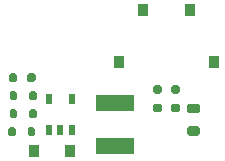
<source format=gbr>
%TF.GenerationSoftware,KiCad,Pcbnew,(5.1.10)-1*%
%TF.CreationDate,2021-10-05T14:24:33+02:00*%
%TF.ProjectId,Masterproef ultrasonic transducer,4d617374-6572-4707-926f-656620756c74,rev?*%
%TF.SameCoordinates,Original*%
%TF.FileFunction,Paste,Bot*%
%TF.FilePolarity,Positive*%
%FSLAX46Y46*%
G04 Gerber Fmt 4.6, Leading zero omitted, Abs format (unit mm)*
G04 Created by KiCad (PCBNEW (5.1.10)-1) date 2021-10-05 14:24:33*
%MOMM*%
%LPD*%
G01*
G04 APERTURE LIST*
%ADD10R,0.896000X0.976000*%
%ADD11R,0.960000X1.120000*%
%ADD12R,3.280000X1.480000*%
%ADD13R,0.480000X0.840000*%
G04 APERTURE END LIST*
D10*
%TO.C,D1*%
X111506000Y-95123000D03*
X108406000Y-95123000D03*
%TD*%
D11*
%TO.C,S1*%
X123642000Y-87544000D03*
X115642000Y-87544000D03*
X121642000Y-83144000D03*
X117642000Y-83144000D03*
%TD*%
D12*
%TO.C,L1*%
X115290600Y-94691200D03*
X115290600Y-91041200D03*
%TD*%
D13*
%TO.C,IC1*%
X111607600Y-90678000D03*
X109707600Y-90678000D03*
X109707600Y-93278000D03*
X110657600Y-93278000D03*
X111607600Y-93278000D03*
%TD*%
%TO.C,R3*%
G36*
G01*
X107000000Y-90204000D02*
X107000000Y-90644000D01*
G75*
G02*
X106840000Y-90804000I-160000J0D01*
G01*
X106520000Y-90804000D01*
G75*
G02*
X106360000Y-90644000I0J160000D01*
G01*
X106360000Y-90204000D01*
G75*
G02*
X106520000Y-90044000I160000J0D01*
G01*
X106840000Y-90044000D01*
G75*
G02*
X107000000Y-90204000I0J-160000D01*
G01*
G37*
G36*
G01*
X108650000Y-90204000D02*
X108650000Y-90644000D01*
G75*
G02*
X108490000Y-90804000I-160000J0D01*
G01*
X108170000Y-90804000D01*
G75*
G02*
X108010000Y-90644000I0J160000D01*
G01*
X108010000Y-90204000D01*
G75*
G02*
X108170000Y-90044000I160000J0D01*
G01*
X108490000Y-90044000D01*
G75*
G02*
X108650000Y-90204000I0J-160000D01*
G01*
G37*
%TD*%
%TO.C,C2*%
G36*
G01*
X107844000Y-89100000D02*
X107844000Y-88700000D01*
G75*
G02*
X108024000Y-88520000I180000J0D01*
G01*
X108384000Y-88520000D01*
G75*
G02*
X108564000Y-88700000I0J-180000D01*
G01*
X108564000Y-89100000D01*
G75*
G02*
X108384000Y-89280000I-180000J0D01*
G01*
X108024000Y-89280000D01*
G75*
G02*
X107844000Y-89100000I0J180000D01*
G01*
G37*
G36*
G01*
X106294000Y-89100000D02*
X106294000Y-88700000D01*
G75*
G02*
X106474000Y-88520000I180000J0D01*
G01*
X106834000Y-88520000D01*
G75*
G02*
X107014000Y-88700000I0J-180000D01*
G01*
X107014000Y-89100000D01*
G75*
G02*
X106834000Y-89280000I-180000J0D01*
G01*
X106474000Y-89280000D01*
G75*
G02*
X106294000Y-89100000I0J180000D01*
G01*
G37*
%TD*%
%TO.C,R2*%
G36*
G01*
X108010000Y-92168000D02*
X108010000Y-91728000D01*
G75*
G02*
X108170000Y-91568000I160000J0D01*
G01*
X108490000Y-91568000D01*
G75*
G02*
X108650000Y-91728000I0J-160000D01*
G01*
X108650000Y-92168000D01*
G75*
G02*
X108490000Y-92328000I-160000J0D01*
G01*
X108170000Y-92328000D01*
G75*
G02*
X108010000Y-92168000I0J160000D01*
G01*
G37*
G36*
G01*
X106360000Y-92168000D02*
X106360000Y-91728000D01*
G75*
G02*
X106520000Y-91568000I160000J0D01*
G01*
X106840000Y-91568000D01*
G75*
G02*
X107000000Y-91728000I0J-160000D01*
G01*
X107000000Y-92168000D01*
G75*
G02*
X106840000Y-92328000I-160000J0D01*
G01*
X106520000Y-92328000D01*
G75*
G02*
X106360000Y-92168000I0J160000D01*
G01*
G37*
%TD*%
%TO.C,R1*%
G36*
G01*
X107884000Y-93692000D02*
X107884000Y-93252000D01*
G75*
G02*
X108044000Y-93092000I160000J0D01*
G01*
X108364000Y-93092000D01*
G75*
G02*
X108524000Y-93252000I0J-160000D01*
G01*
X108524000Y-93692000D01*
G75*
G02*
X108364000Y-93852000I-160000J0D01*
G01*
X108044000Y-93852000D01*
G75*
G02*
X107884000Y-93692000I0J160000D01*
G01*
G37*
G36*
G01*
X106234000Y-93692000D02*
X106234000Y-93252000D01*
G75*
G02*
X106394000Y-93092000I160000J0D01*
G01*
X106714000Y-93092000D01*
G75*
G02*
X106874000Y-93252000I0J-160000D01*
G01*
X106874000Y-93692000D01*
G75*
G02*
X106714000Y-93852000I-160000J0D01*
G01*
X106394000Y-93852000D01*
G75*
G02*
X106234000Y-93692000I0J160000D01*
G01*
G37*
%TD*%
%TO.C,C4*%
G36*
G01*
X120596000Y-90263000D02*
X120196000Y-90263000D01*
G75*
G02*
X120016000Y-90083000I0J180000D01*
G01*
X120016000Y-89723000D01*
G75*
G02*
X120196000Y-89543000I180000J0D01*
G01*
X120596000Y-89543000D01*
G75*
G02*
X120776000Y-89723000I0J-180000D01*
G01*
X120776000Y-90083000D01*
G75*
G02*
X120596000Y-90263000I-180000J0D01*
G01*
G37*
G36*
G01*
X120596000Y-91813000D02*
X120196000Y-91813000D01*
G75*
G02*
X120016000Y-91633000I0J180000D01*
G01*
X120016000Y-91273000D01*
G75*
G02*
X120196000Y-91093000I180000J0D01*
G01*
X120596000Y-91093000D01*
G75*
G02*
X120776000Y-91273000I0J-180000D01*
G01*
X120776000Y-91633000D01*
G75*
G02*
X120596000Y-91813000I-180000J0D01*
G01*
G37*
%TD*%
%TO.C,C3*%
G36*
G01*
X121540000Y-93006000D02*
X122300000Y-93006000D01*
G75*
G02*
X122500000Y-93206000I0J-200000D01*
G01*
X122500000Y-93606000D01*
G75*
G02*
X122300000Y-93806000I-200000J0D01*
G01*
X121540000Y-93806000D01*
G75*
G02*
X121340000Y-93606000I0J200000D01*
G01*
X121340000Y-93206000D01*
G75*
G02*
X121540000Y-93006000I200000J0D01*
G01*
G37*
G36*
G01*
X121540000Y-91106000D02*
X122300000Y-91106000D01*
G75*
G02*
X122500000Y-91306000I0J-200000D01*
G01*
X122500000Y-91706000D01*
G75*
G02*
X122300000Y-91906000I-200000J0D01*
G01*
X121540000Y-91906000D01*
G75*
G02*
X121340000Y-91706000I0J200000D01*
G01*
X121340000Y-91306000D01*
G75*
G02*
X121540000Y-91106000I200000J0D01*
G01*
G37*
%TD*%
%TO.C,C1*%
G36*
G01*
X119072000Y-90263000D02*
X118672000Y-90263000D01*
G75*
G02*
X118492000Y-90083000I0J180000D01*
G01*
X118492000Y-89723000D01*
G75*
G02*
X118672000Y-89543000I180000J0D01*
G01*
X119072000Y-89543000D01*
G75*
G02*
X119252000Y-89723000I0J-180000D01*
G01*
X119252000Y-90083000D01*
G75*
G02*
X119072000Y-90263000I-180000J0D01*
G01*
G37*
G36*
G01*
X119072000Y-91813000D02*
X118672000Y-91813000D01*
G75*
G02*
X118492000Y-91633000I0J180000D01*
G01*
X118492000Y-91273000D01*
G75*
G02*
X118672000Y-91093000I180000J0D01*
G01*
X119072000Y-91093000D01*
G75*
G02*
X119252000Y-91273000I0J-180000D01*
G01*
X119252000Y-91633000D01*
G75*
G02*
X119072000Y-91813000I-180000J0D01*
G01*
G37*
%TD*%
M02*

</source>
